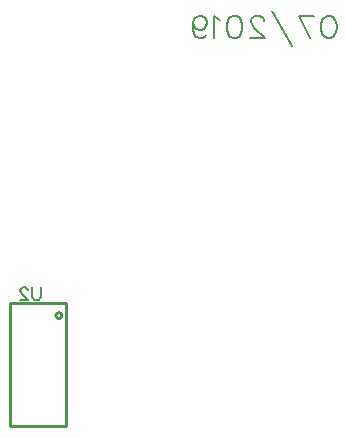
<source format=gbo>
G04 Layer: BottomSilkLayer*
G04 EasyEDA v6.2.43, 2019-09-14T08:05:40+03:00*
G04 099efe80dd8e4075b8cc61d203687640,04130c9be27c403289d01f1062dd982b,10*
G04 Gerber Generator version 0.2*
G04 Scale: 100 percent, Rotated: No, Reflected: No *
G04 Dimensions in millimeters *
G04 leading zeros omitted , absolute positions ,3 integer and 3 decimal *
%FSLAX33Y33*%
%MOMM*%
G90*
G71D02*

%ADD10C,0.254000*%
%ADD30C,0.203200*%
%ADD32C,0.152400*%

%LPD*%
G54D10*
G01X26278Y11056D02*
G01X26278Y21455D01*
G01X21478Y11056D02*
G01X21478Y21455D01*
G01X26278Y11056D02*
G01X21478Y11056D01*
G01X26276Y21455D02*
G01X21478Y21455D01*
G54D32*
G01X24117Y22799D02*
G01X24117Y22021D01*
G01X24066Y21864D01*
G01X23962Y21760D01*
G01X23804Y21709D01*
G01X23700Y21709D01*
G01X23545Y21760D01*
G01X23441Y21864D01*
G01X23390Y22021D01*
G01X23390Y22799D01*
G01X22994Y22539D02*
G01X22994Y22593D01*
G01X22943Y22697D01*
G01X22890Y22748D01*
G01X22786Y22799D01*
G01X22580Y22799D01*
G01X22476Y22748D01*
G01X22423Y22697D01*
G01X22372Y22593D01*
G01X22372Y22489D01*
G01X22423Y22385D01*
G01X22527Y22227D01*
G01X23047Y21709D01*
G01X22318Y21709D01*
G54D30*
G01X48594Y45812D02*
G01X48871Y45720D01*
G01X49056Y45442D01*
G01X49149Y44981D01*
G01X49149Y44704D01*
G01X49056Y44242D01*
G01X48871Y43965D01*
G01X48594Y43872D01*
G01X48410Y43872D01*
G01X48133Y43965D01*
G01X47948Y44242D01*
G01X47855Y44704D01*
G01X47855Y44981D01*
G01X47948Y45442D01*
G01X48133Y45720D01*
G01X48410Y45812D01*
G01X48594Y45812D01*
G01X45953Y45812D02*
G01X46876Y43872D01*
G01X47246Y45812D02*
G01X45953Y45812D01*
G01X43681Y46181D02*
G01X45343Y43226D01*
G01X42979Y45350D02*
G01X42979Y45442D01*
G01X42886Y45627D01*
G01X42794Y45720D01*
G01X42609Y45812D01*
G01X42240Y45812D01*
G01X42055Y45720D01*
G01X41963Y45627D01*
G01X41870Y45442D01*
G01X41870Y45258D01*
G01X41963Y45073D01*
G01X42147Y44796D01*
G01X43071Y43872D01*
G01X41778Y43872D01*
G01X40614Y45812D02*
G01X40891Y45720D01*
G01X41076Y45442D01*
G01X41168Y44981D01*
G01X41168Y44704D01*
G01X41076Y44242D01*
G01X40891Y43965D01*
G01X40614Y43872D01*
G01X40429Y43872D01*
G01X40152Y43965D01*
G01X39968Y44242D01*
G01X39875Y44704D01*
G01X39875Y44981D01*
G01X39968Y45442D01*
G01X40152Y45720D01*
G01X40429Y45812D01*
G01X40614Y45812D01*
G01X39266Y45442D02*
G01X39081Y45535D01*
G01X38804Y45812D01*
G01X38804Y43872D01*
G01X36993Y45165D02*
G01X37086Y44888D01*
G01X37271Y44704D01*
G01X37548Y44611D01*
G01X37640Y44611D01*
G01X37917Y44704D01*
G01X38102Y44888D01*
G01X38194Y45165D01*
G01X38194Y45258D01*
G01X38102Y45535D01*
G01X37917Y45720D01*
G01X37640Y45812D01*
G01X37548Y45812D01*
G01X37271Y45720D01*
G01X37086Y45535D01*
G01X36993Y45165D01*
G01X36993Y44704D01*
G01X37086Y44242D01*
G01X37271Y43965D01*
G01X37548Y43872D01*
G01X37732Y43872D01*
G01X38009Y43965D01*
G01X38102Y44149D01*
G54D10*
G75*
G01X25895Y20409D02*
G03X25895Y20409I-254J0D01*
G01*
M00*
M02*

</source>
